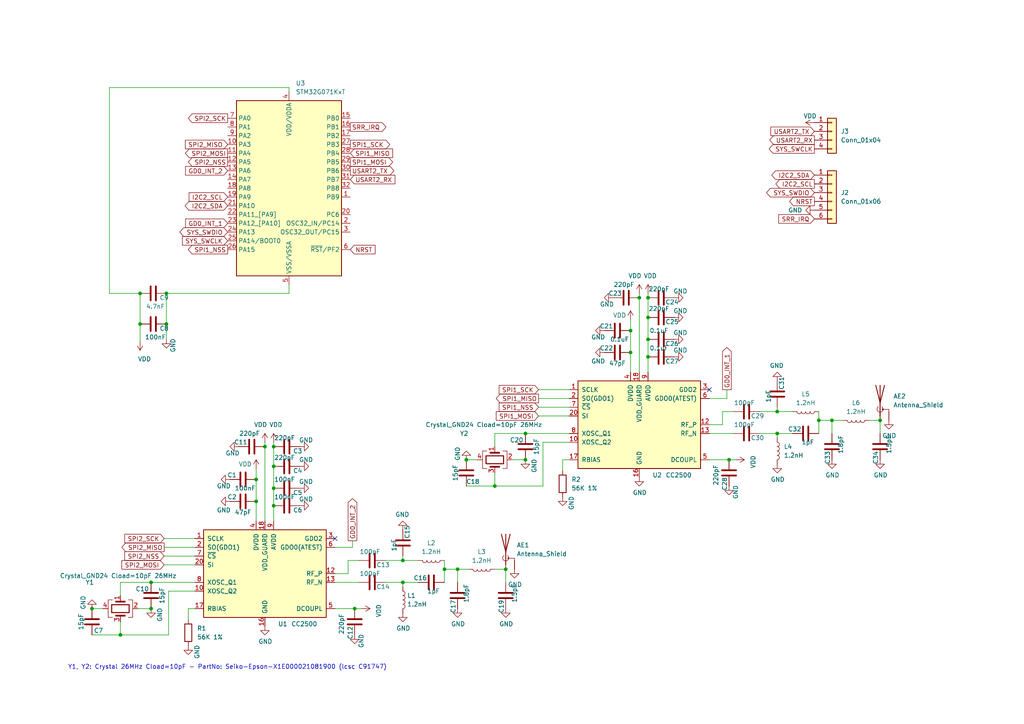
<source format=kicad_sch>
(kicad_sch (version 20230121) (generator eeschema)
  (paper "A4")
  (lib_symbols
    (symbol "Connector_Generic:Conn_01x04" (pin_names (offset 1.016) hide)
      (property "Reference" "J" (at 0 5.08 0))
      (property "Value" "Conn_01x04" (at 0 -7.62 0))
      (symbol "Conn_01x04_1_1"
        (rectangle (start -1.27 -4.953) (end 0 -5.207) (stroke (width 0.1524)))
        (rectangle (start -1.27 -2.413) (end 0 -2.667) (stroke (width 0.1524)))
        (rectangle (start -1.27 0.127) (end 0 -0.127) (stroke (width 0.1524)))
        (rectangle (start -1.27 2.667) (end 0 2.413) (stroke (width 0.1524)))
        (rectangle (start -1.27 3.81) (end 1.27 -6.35) (stroke (width 0.254)) (fill (type background)))
        (pin passive line (at -5.08 2.54 0) (length 3.81) (name "Pin_1") (number "1"))
        (pin passive line (at -5.08 0 0) (length 3.81) (name "Pin_2") (number "2"))
        (pin passive line (at -5.08 -2.54 0) (length 3.81) (name "Pin_3") (number "3"))
        (pin passive line (at -5.08 -5.08 0) (length 3.81) (name "Pin_4") (number "4"))
      )
    )
    (symbol "Connector_Generic:Conn_01x06" (pin_names (offset 1.016) hide)
      (property "Reference" "J" (at 0 7.62 0))
      (property "Value" "Conn_01x06" (at 0 -10.16 0))
      (symbol "Conn_01x06_1_1"
        (rectangle (start -1.27 -7.493) (end 0 -7.747) (stroke (width 0.1524)))
        (rectangle (start -1.27 -4.953) (end 0 -5.207) (stroke (width 0.1524)))
        (rectangle (start -1.27 -2.413) (end 0 -2.667) (stroke (width 0.1524)))
        (rectangle (start -1.27 0.127) (end 0 -0.127) (stroke (width 0.1524)))
        (rectangle (start -1.27 2.667) (end 0 2.413) (stroke (width 0.1524)))
        (rectangle (start -1.27 5.207) (end 0 4.953) (stroke (width 0.1524)))
        (rectangle (start -1.27 6.35) (end 1.27 -8.89) (stroke (width 0.254)) (fill (type background)))
        (pin passive line (at -5.08 5.08 0) (length 3.81) (name "Pin_1") (number "1"))
        (pin passive line (at -5.08 2.54 0) (length 3.81) (name "Pin_2") (number "2"))
        (pin passive line (at -5.08 0 0) (length 3.81) (name "Pin_3") (number "3"))
        (pin passive line (at -5.08 -2.54 0) (length 3.81) (name "Pin_4") (number "4"))
        (pin passive line (at -5.08 -5.08 0) (length 3.81) (name "Pin_5") (number "5"))
        (pin passive line (at -5.08 -7.62 0) (length 3.81) (name "Pin_6") (number "6"))
      )
    )
    (symbol "Device:Antenna_Shield" (pin_numbers hide) (pin_names (offset 1.016) hide)
      (property "Reference" "AE" (at -1.905 4.445 0))
      (property "Value" "Antenna_Shield" (at -1.905 2.54 0))
      (symbol "Antenna_Shield_0_1"
        (arc (start -0.508 -1.143) (mid -0.8429 -2.1194) (end 0 -2.667))
        (arc (start 0 -2.667) (mid 0.7989 -2.1052) (end 0.508 -1.143))
        (polyline (pts (xy 0 -2.54) (xy 0 0)))
        (polyline (pts (xy 0 5.08) (xy 0 -3.81)) (stroke (width 0.254)))
        (polyline (pts (xy 0.762 -1.905) (xy 2.54 -1.905)))
        (polyline (pts (xy 2.54 -2.54) (xy 2.54 -1.905)))
        (polyline (pts (xy 1.27 5.08) (xy 0 0) (xy -1.27 5.08)) (stroke (width 0.254)))
        (circle (center 0.762 -1.905) (radius 0.1778) (fill (type outline)))
      )
      (symbol "Antenna_Shield_1_1"
        (pin input line (at 0 -5.08 90) (length 2.54) (name "A") (number "1"))
        (pin input line (at 2.54 -5.08 90) (length 2.54) (name "Shield") (number "2"))
      )
    )
    (symbol "Device:C" (pin_numbers hide) (pin_names (offset 0.254))
      (property "Reference" "C" (at 0.635 2.54 0))
      (property "Value" "C" (at 0.635 -2.54 0))
      (symbol "C_0_1"
        (polyline (pts (xy -2.032 -0.762) (xy 2.032 -0.762)) (stroke (width 0.508)))
        (polyline (pts (xy -2.032 0.762) (xy 2.032 0.762)) (stroke (width 0.508)))
      )
      (symbol "C_1_1"
        (pin passive line (at 0 3.81 270) (length 2.794) (name "~") (number "1"))
        (pin passive line (at 0 -3.81 90) (length 2.794) (name "~") (number "2"))
      )
    )
    (symbol "Device:Crystal_GND24" (pin_names (offset 1.016) hide)
      (property "Reference" "Y" (at 3.175 5.08 0))
      (property "Value" "Crystal_GND24" (at 3.175 3.175 0))
      (symbol "Crystal_GND24_0_1"
        (rectangle (start -1.143 2.54) (end 1.143 -2.54) (stroke (width 0.3048)))
        (polyline (pts (xy -2.54 0) (xy -2.032 0)))
        (polyline (pts (xy -2.032 -1.27) (xy -2.032 1.27)) (stroke (width 0.508)))
        (polyline (pts (xy 0 -3.81) (xy 0 -3.556)))
        (polyline (pts (xy 0 3.556) (xy 0 3.81)))
        (polyline (pts (xy 2.032 -1.27) (xy 2.032 1.27)) (stroke (width 0.508)))
        (polyline (pts (xy 2.032 0) (xy 2.54 0)))
        (polyline (pts (xy -2.54 -2.286) (xy -2.54 -3.556) (xy 2.54 -3.556) (xy 2.54 -2.286)))
        (polyline (pts (xy -2.54 2.286) (xy -2.54 3.556) (xy 2.54 3.556) (xy 2.54 2.286)))
      )
      (symbol "Crystal_GND24_1_1"
        (pin passive line (at -3.81 0 0) (length 1.27) (name "1") (number "1"))
        (pin passive line (at 0 5.08 270) (length 1.27) (name "2") (number "2"))
        (pin passive line (at 3.81 0 180) (length 1.27) (name "3") (number "3"))
        (pin passive line (at 0 -5.08 90) (length 1.27) (name "4") (number "4"))
      )
    )
    (symbol "Device:L" (pin_numbers hide) (pin_names (offset 1.016) hide)
      (property "Reference" "L" (at -1.27 0 90))
      (property "Value" "L" (at 1.905 0 90))
      (symbol "L_0_1"
        (arc (start 0 -2.54) (mid 0.6323 -1.905) (end 0 -1.27))
        (arc (start 0 -1.27) (mid 0.6323 -0.635) (end 0 0))
        (arc (start 0 0) (mid 0.6323 0.635) (end 0 1.27))
        (arc (start 0 1.27) (mid 0.6323 1.905) (end 0 2.54))
      )
      (symbol "L_1_1"
        (pin passive line (at 0 3.81 270) (length 1.27) (name "1") (number "1"))
        (pin passive line (at 0 -3.81 90) (length 1.27) (name "2") (number "2"))
      )
    )
    (symbol "Device:R" (pin_numbers hide) (pin_names (offset 0))
      (property "Reference" "R" (at 2.032 0 90))
      (property "Value" "R" (at 0 0 90))
      (symbol "R_0_1"
        (rectangle (start -1.016 -2.54) (end 1.016 2.54) (stroke (width 0.254)))
      )
      (symbol "R_1_1"
        (pin passive line (at 0 3.81 270) (length 1.27) (name "~") (number "1"))
        (pin passive line (at 0 -3.81 90) (length 1.27) (name "~") (number "2"))
      )
    )
    (symbol "MCU_ST_STM32G0:STM32G071KxT"
      (property "Reference" "U" (at -15.24 26.67 0))
      (property "Value" "STM32G071KxT" (at 1.27 26.67 0))
      (symbol "STM32G071KxT_0_1"
        (rectangle (start -15.24 -25.4) (end 15.24 25.4) (stroke (width 0.254)) (fill (type background)))
      )
      (symbol "STM32G071KxT_1_1"
        (pin bidirectional line (at 17.78 -2.54 180) (length 2.54) (name "PB9") (number "1"))
        (pin bidirectional line (at -17.78 12.7 0) (length 2.54) (name "PA3") (number "10"))
        (pin bidirectional line (at -17.78 10.16 0) (length 2.54) (name "PA4") (number "11"))
        (pin bidirectional line (at -17.78 7.62 0) (length 2.54) (name "PA5") (number "12"))
        (pin bidirectional line (at -17.78 5.08 0) (length 2.54) (name "PA6") (number "13"))
        (pin bidirectional line (at -17.78 2.54 0) (length 2.54) (name "PA7") (number "14"))
        (pin bidirectional line (at 17.78 20.32 180) (length 2.54) (name "PB0") (number "15"))
        (pin bidirectional line (at 17.78 17.78 180) (length 2.54) (name "PB1") (number "16"))
        (pin bidirectional line (at 17.78 15.24 180) (length 2.54) (name "PB2") (number "17"))
        (pin bidirectional line (at -17.78 0 0) (length 2.54) (name "PA8") (number "18"))
        (pin bidirectional line (at -17.78 -2.54 0) (length 2.54) (name "PA9") (number "19"))
        (pin bidirectional line (at 17.78 -10.16 180) (length 2.54) (name "OSC32_IN/PC14") (number "2"))
        (pin bidirectional line (at 17.78 -7.62 180) (length 2.54) (name "PC6") (number "20"))
        (pin bidirectional line (at -17.78 -5.08 0) (length 2.54) (name "PA10") (number "21"))
        (pin bidirectional line (at -17.78 -7.62 0) (length 2.54) (name "PA11_[PA9]") (number "22"))
        (pin bidirectional line (at -17.78 -10.16 0) (length 2.54) (name "PA12_[PA10]") (number "23"))
        (pin bidirectional line (at -17.78 -12.7 0) (length 2.54) (name "PA13") (number "24"))
        (pin bidirectional line (at -17.78 -15.24 0) (length 2.54) (name "PA14/BOOT0") (number "25"))
        (pin bidirectional line (at -17.78 -17.78 0) (length 2.54) (name "PA15") (number "26"))
        (pin bidirectional line (at 17.78 12.7 180) (length 2.54) (name "PB3") (number "27"))
        (pin bidirectional line (at 17.78 10.16 180) (length 2.54) (name "PB4") (number "28"))
        (pin bidirectional line (at 17.78 7.62 180) (length 2.54) (name "PB5") (number "29"))
        (pin bidirectional line (at 17.78 -12.7 180) (length 2.54) (name "OSC32_OUT/PC15") (number "3"))
        (pin bidirectional line (at 17.78 5.08 180) (length 2.54) (name "PB6") (number "30"))
        (pin bidirectional line (at 17.78 2.54 180) (length 2.54) (name "PB7") (number "31"))
        (pin bidirectional line (at 17.78 0 180) (length 2.54) (name "PB8") (number "32"))
        (pin power_in line (at 0 27.94 270) (length 2.54) (name "VDD/VDDA") (number "4"))
        (pin power_in line (at 0 -27.94 90) (length 2.54) (name "VSS/VSSA") (number "5"))
        (pin bidirectional line (at 17.78 -17.78 180) (length 2.54) (name "~{RST}/PF2") (number "6"))
        (pin bidirectional line (at -17.78 20.32 0) (length 2.54) (name "PA0") (number "7"))
        (pin bidirectional line (at -17.78 17.78 0) (length 2.54) (name "PA1") (number "8"))
        (pin bidirectional line (at -17.78 15.24 0) (length 2.54) (name "PA2") (number "9"))
      )
    )
    (symbol "RF:CC2500" (pin_names (offset 1.016))
      (property "Reference" "U" (at -16.51 13.97 0))
      (property "Value" "CC2500" (at 13.97 13.97 0))
      (symbol "CC2500_0_1"
        (rectangle (start -17.78 12.7) (end 17.78 -12.7) (stroke (width 0.254)) (fill (type background)))
      )
      (symbol "CC2500_1_1"
        (pin input line (at -20.32 10.16 0) (length 2.54) (name "SCLK") (number "1"))
        (pin passive line (at -20.32 -5.08 0) (length 2.54) (name "XOSC_Q2") (number "10"))
        (pin passive line (at 2.54 15.24 270) (length 2.54) hide (name "AVDD") (number "11"))
        (pin passive line (at 20.32 0 180) (length 2.54) (name "RF_P") (number "12"))
        (pin passive line (at 20.32 -2.54 180) (length 2.54) (name "RF_N") (number "13"))
        (pin passive line (at 2.54 15.24 270) (length 2.54) hide (name "AVDD") (number "14"))
        (pin passive line (at 2.54 15.24 270) (length 2.54) hide (name "AVDD") (number "15"))
        (pin power_in line (at 0 -15.24 90) (length 2.54) (name "GND") (number "16"))
        (pin passive line (at -20.32 -10.16 0) (length 2.54) (name "RBIAS") (number "17"))
        (pin power_in line (at 0 15.24 270) (length 2.54) (name "VDD_GUARD") (number "18"))
        (pin passive line (at 0 -15.24 90) (length 2.54) hide (name "GND") (number "19"))
        (pin bidirectional line (at -20.32 7.62 0) (length 2.54) (name "SO(GDO1)") (number "2"))
        (pin input line (at -20.32 2.54 0) (length 2.54) (name "SI") (number "20"))
        (pin passive line (at 0 -15.24 90) (length 2.54) hide (name "GND") (number "21"))
        (pin bidirectional line (at 20.32 10.16 180) (length 2.54) (name "GDO2") (number "3"))
        (pin power_in line (at -2.54 15.24 270) (length 2.54) (name "DVDD") (number "4"))
        (pin power_out line (at 20.32 -10.16 180) (length 2.54) (name "DCOUPL") (number "5"))
        (pin bidirectional line (at 20.32 7.62 180) (length 2.54) (name "GDO0(ATEST)") (number "6"))
        (pin input line (at -20.32 5.08 0) (length 2.54) (name "~{CS}") (number "7"))
        (pin passive line (at -20.32 -2.54 0) (length 2.54) (name "XOSC_Q1") (number "8"))
        (pin power_in line (at 2.54 15.24 270) (length 2.54) (name "AVDD") (number "9"))
      )
    )
    (symbol "power:GND" (power) (pin_names (offset 0))
      (property "Value" "GND" (at 0 -3.81 0))
      (symbol "GND_0_1"
        (polyline (pts (xy 0 0) (xy 0 -1.27) (xy 1.27 -1.27) (xy 0 -2.54) (xy -1.27 -1.27) (xy 0 -1.27)))
      )
      (symbol "GND_1_1"
        (pin power_in line (at 0 0 270) (length 0) hide (name "GND") (number "1"))
      )
    )
    (symbol "power:VDD" (power) (pin_names (offset 0))
      (property "Value" "VDD" (at 0 3.81 0))
      (symbol "VDD_0_1"
        (polyline (pts (xy -0.762 1.27) (xy 0 2.54)))
        (polyline (pts (xy 0 0) (xy 0 2.54)))
        (polyline (pts (xy 0 2.54) (xy 0.762 1.27)))
      )
      (symbol "VDD_1_1"
        (pin power_in line (at 0 0 90) (length 0) hide (name "VDD") (number "1"))
      )
    )
  )
  (junction (at 132.715 165.1))
  (junction (at 74.295 139.065))
  (junction (at 116.84 168.91))
  (junction (at 135.255 133.35))
  (junction (at 79.375 135.255))
  (junction (at 187.96 103.505))
  (junction (at 79.375 146.685))
  (junction (at 152.4 133.35))
  (junction (at 241.3 121.92))
  (junction (at 182.88 102.235))
  (junction (at 48.26 85.09))
  (junction (at 185.42 86.36))
  (junction (at 255.27 121.92))
  (junction (at 187.96 86.36))
  (junction (at 26.67 176.53))
  (junction (at 40.64 85.09))
  (junction (at 34.925 184.15))
  (junction (at 79.375 129.54))
  (junction (at 40.64 93.98))
  (junction (at 74.295 145.415))
  (junction (at 182.88 95.885))
  (junction (at 128.905 165.1))
  (junction (at 237.49 121.92))
  (junction (at 79.375 141.605))
  (junction (at 48.26 93.98))
  (junction (at 146.685 165.1))
  (junction (at 225.425 119.38))
  (junction (at 152.4 125.73))
  (junction (at 225.425 125.73))
  (junction (at 43.815 168.91))
  (junction (at 76.835 129.54))
  (junction (at 143.51 140.97))
  (junction (at 102.87 176.53))
  (junction (at 116.84 162.56))
  (junction (at 187.96 98.425))
  (junction (at 211.455 133.35))
  (junction (at 187.96 92.075))
  (junction (at 43.815 176.53))
  (no_connect (at 97.155 156.21))
  (no_connect (at 205.74 113.03))
  (wire (pts (xy 255.27 121.92) (xy 252.095 121.92)))
  (wire (pts (xy 56.515 176.53) (xy 54.61 176.53)))
  (wire (pts (xy 26.67 184.15) (xy 34.925 184.15)))
  (wire (pts (xy 74.295 145.415) (xy 74.295 151.13)))
  (wire (pts (xy 156.21 120.65) (xy 165.1 120.65)))
  (wire (pts (xy 97.155 158.75) (xy 102.235 158.75)))
  (wire (pts (xy 255.27 125.73) (xy 255.27 121.92)))
  (wire (pts (xy 187.96 92.075) (xy 187.96 98.425)))
  (wire (pts (xy 34.925 168.91) (xy 43.815 168.91)))
  (wire (pts (xy 79.375 141.605) (xy 79.375 146.685)))
  (wire (pts (xy 111.76 162.56) (xy 116.84 162.56)))
  (wire (pts (xy 83.82 25.4) (xy 31.75 25.4)))
  (wire (pts (xy 74.295 139.065) (xy 74.295 135.89)))
  (wire (pts (xy 211.455 133.35) (xy 213.36 133.35)))
  (wire (pts (xy 34.925 172.72) (xy 34.925 168.91)))
  (wire (pts (xy 143.51 129.54) (xy 143.51 125.73)))
  (wire (pts (xy 187.96 103.505) (xy 187.96 107.95)))
  (wire (pts (xy 47.625 161.29) (xy 56.515 161.29)))
  (wire (pts (xy 97.155 166.37) (xy 100.965 166.37)))
  (wire (pts (xy 54.61 176.53) (xy 54.61 179.705)))
  (wire (pts (xy 132.715 165.1) (xy 135.89 165.1)))
  (wire (pts (xy 241.3 121.92) (xy 244.475 121.92)))
  (wire (pts (xy 116.84 161.29) (xy 116.84 162.56)))
  (wire (pts (xy 210.82 115.57) (xy 210.82 113.03)))
  (wire (pts (xy 40.64 99.06) (xy 40.64 93.98)))
  (wire (pts (xy 182.88 95.885) (xy 182.88 102.235)))
  (wire (pts (xy 128.905 165.1) (xy 128.905 168.91)))
  (wire (pts (xy 31.75 85.09) (xy 40.64 85.09)))
  (wire (pts (xy 100.965 162.56) (xy 104.14 162.56)))
  (wire (pts (xy 205.74 123.19) (xy 209.55 123.19)))
  (wire (pts (xy 132.715 165.1) (xy 132.715 168.91)))
  (wire (pts (xy 156.21 113.03) (xy 165.1 113.03)))
  (wire (pts (xy 225.425 125.73) (xy 229.87 125.73)))
  (wire (pts (xy 48.26 93.98) (xy 48.26 85.09)))
  (wire (pts (xy 135.255 140.97) (xy 143.51 140.97)))
  (wire (pts (xy 56.515 171.45) (xy 48.895 171.45)))
  (wire (pts (xy 26.67 176.53) (xy 29.845 176.53)))
  (wire (pts (xy 128.905 162.56) (xy 128.905 165.1)))
  (wire (pts (xy 79.375 128.27) (xy 79.375 129.54)))
  (wire (pts (xy 76.835 128.27) (xy 76.835 129.54)))
  (wire (pts (xy 40.005 176.53) (xy 43.815 176.53)))
  (wire (pts (xy 182.88 102.235) (xy 182.88 107.95)))
  (wire (pts (xy 79.375 129.54) (xy 79.375 135.255)))
  (wire (pts (xy 225.425 119.38) (xy 229.87 119.38)))
  (wire (pts (xy 116.84 168.91) (xy 121.285 168.91)))
  (wire (pts (xy 156.21 115.57) (xy 165.1 115.57)))
  (wire (pts (xy 241.3 121.92) (xy 241.3 125.73)))
  (wire (pts (xy 102.87 176.53) (xy 104.775 176.53)))
  (wire (pts (xy 237.49 121.92) (xy 241.3 121.92)))
  (wire (pts (xy 237.49 119.38) (xy 237.49 121.92)))
  (wire (pts (xy 237.49 121.92) (xy 237.49 125.73)))
  (wire (pts (xy 143.51 137.16) (xy 143.51 140.97)))
  (wire (pts (xy 156.21 118.11) (xy 165.1 118.11)))
  (wire (pts (xy 205.74 133.35) (xy 211.455 133.35)))
  (wire (pts (xy 163.195 133.35) (xy 163.195 136.525)))
  (wire (pts (xy 100.965 166.37) (xy 100.965 162.56)))
  (wire (pts (xy 182.88 95.885) (xy 182.88 92.71)))
  (wire (pts (xy 97.155 168.91) (xy 104.14 168.91)))
  (wire (pts (xy 116.84 162.56) (xy 121.285 162.56)))
  (wire (pts (xy 148.59 133.35) (xy 152.4 133.35)))
  (wire (pts (xy 76.835 129.54) (xy 76.835 151.13)))
  (wire (pts (xy 47.625 156.21) (xy 56.515 156.21)))
  (wire (pts (xy 187.96 98.425) (xy 187.96 103.505)))
  (wire (pts (xy 31.75 25.4) (xy 31.75 85.09)))
  (wire (pts (xy 48.26 98.425) (xy 48.26 93.98)))
  (wire (pts (xy 209.55 119.38) (xy 212.725 119.38)))
  (wire (pts (xy 143.51 125.73) (xy 152.4 125.73)))
  (wire (pts (xy 128.905 165.1) (xy 132.715 165.1)))
  (wire (pts (xy 97.155 176.53) (xy 102.87 176.53)))
  (wire (pts (xy 165.1 133.35) (xy 163.195 133.35)))
  (wire (pts (xy 47.625 163.83) (xy 56.515 163.83)))
  (wire (pts (xy 143.51 140.97) (xy 157.48 140.97)))
  (wire (pts (xy 79.375 146.685) (xy 79.375 151.13)))
  (wire (pts (xy 205.74 125.73) (xy 212.725 125.73)))
  (wire (pts (xy 47.625 158.75) (xy 56.515 158.75)))
  (wire (pts (xy 185.42 86.36) (xy 185.42 107.95)))
  (wire (pts (xy 74.295 139.065) (xy 74.295 145.415)))
  (wire (pts (xy 225.425 118.11) (xy 225.425 119.38)))
  (wire (pts (xy 146.685 168.91) (xy 146.685 165.1)))
  (wire (pts (xy 102.235 158.75) (xy 102.235 156.845)))
  (wire (pts (xy 187.96 86.36) (xy 187.96 92.075)))
  (wire (pts (xy 34.925 184.15) (xy 48.895 184.15)))
  (wire (pts (xy 83.82 82.55) (xy 83.82 85.09)))
  (wire (pts (xy 220.345 119.38) (xy 225.425 119.38)))
  (wire (pts (xy 185.42 85.09) (xy 185.42 86.36)))
  (wire (pts (xy 116.84 168.91) (xy 116.84 170.18)))
  (wire (pts (xy 205.74 115.57) (xy 210.82 115.57)))
  (wire (pts (xy 165.1 128.27) (xy 157.48 128.27)))
  (wire (pts (xy 111.76 168.91) (xy 116.84 168.91)))
  (wire (pts (xy 40.64 93.98) (xy 40.64 85.09)))
  (wire (pts (xy 83.82 25.4) (xy 83.82 26.67)))
  (wire (pts (xy 209.55 123.19) (xy 209.55 119.38)))
  (wire (pts (xy 157.48 128.27) (xy 157.48 140.97)))
  (wire (pts (xy 152.4 125.73) (xy 165.1 125.73)))
  (wire (pts (xy 135.255 133.35) (xy 138.43 133.35)))
  (wire (pts (xy 43.815 168.91) (xy 56.515 168.91)))
  (wire (pts (xy 48.26 85.09) (xy 83.82 85.09)))
  (wire (pts (xy 34.925 180.34) (xy 34.925 184.15)))
  (wire (pts (xy 48.895 171.45) (xy 48.895 184.15)))
  (wire (pts (xy 225.425 125.73) (xy 225.425 127)))
  (wire (pts (xy 146.685 165.1) (xy 143.51 165.1)))
  (wire (pts (xy 79.375 135.255) (xy 79.375 141.605)))
  (wire (pts (xy 187.96 85.09) (xy 187.96 86.36)))
  (wire (pts (xy 220.345 125.73) (xy 225.425 125.73)))
  (text "Y1, Y2: Crystal 26MHz Cload=10pF - PartNo: Seiko-Epson-X1E000021081900 (lcsc C91747)\n" (at 19.685 194.31 0) (effects (font (size 1.27 1.27)) (justify left bottom)))
  (global_label "GD0_INT_1" (shape input) (at 66.04 64.77 180) (property "Intersheetrefs" "${INTERSHEET_REFS}" (effects hide)))
  (global_label "NRST" (shape output) (at 236.22 58.42 180) (property "Intersheetrefs" "${INTERSHEET_REFS}" (effects hide)))
  (global_label "SPI1_MISO" (shape input) (at 101.6 44.45 0) (property "Intersheetrefs" "${INTERSHEET_REFS}" (effects hide)))
  (global_label "SRR_IRQ" (shape input) (at 236.22 63.5 180) (property "Intersheetrefs" "${INTERSHEET_REFS}" (effects hide)))
  (global_label "SPI2_MISO" (shape input) (at 66.04 41.91 180) (property "Intersheetrefs" "${INTERSHEET_REFS}" (effects hide)))
  (global_label "GD0_INT_2" (shape input) (at 66.04 49.53 180) (property "Intersheetrefs" "${INTERSHEET_REFS}" (effects hide)))
  (global_label "I2C2_SDA" (shape bidirectional) (at 66.04 59.69 180) (property "Intersheetrefs" "${INTERSHEET_REFS}" (effects hide)))
  (global_label "SPI2_SCK" (shape input) (at 47.625 156.21 180) (property "Intersheetrefs" "${INTERSHEET_REFS}" (effects hide)))
  (global_label "USART2_RX" (shape input) (at 101.6 52.07 0) (property "Intersheetrefs" "${INTERSHEET_REFS}" (effects hide)))
  (global_label "SPI1_NSS" (shape output) (at 66.04 72.39 180) (property "Intersheetrefs" "${INTERSHEET_REFS}" (effects hide)))
  (global_label "SYS_SWDIO" (shape bidirectional) (at 66.04 67.31 180) (property "Intersheetrefs" "${INTERSHEET_REFS}" (effects hide)))
  (global_label "GD0_INT_2" (shape output) (at 102.235 156.845 90) (property "Intersheetrefs" "${INTERSHEET_REFS}" (effects hide)))
  (global_label "NRST" (shape input) (at 101.6 72.39 0) (property "Intersheetrefs" "${INTERSHEET_REFS}" (effects hide)))
  (global_label "SYS_SWCLK" (shape output) (at 236.22 43.18 180) (property "Intersheetrefs" "${INTERSHEET_REFS}" (effects hide)))
  (global_label "SYS_SWDIO" (shape bidirectional) (at 236.22 55.88 180) (property "Intersheetrefs" "${INTERSHEET_REFS}" (effects hide)))
  (global_label "SPI1_SCK" (shape output) (at 101.6 41.91 0) (property "Intersheetrefs" "${INTERSHEET_REFS}" (effects hide)))
  (global_label "USART2_RX" (shape output) (at 236.22 40.64 180) (property "Intersheetrefs" "${INTERSHEET_REFS}" (effects hide)))
  (global_label "SPI1_SCK" (shape input) (at 156.21 113.03 180) (property "Intersheetrefs" "${INTERSHEET_REFS}" (effects hide)))
  (global_label "USART2_TX" (shape input) (at 236.22 38.1 180) (property "Intersheetrefs" "${INTERSHEET_REFS}" (effects hide)))
  (global_label "SYS_SWCLK" (shape input) (at 66.04 69.85 180) (property "Intersheetrefs" "${INTERSHEET_REFS}" (effects hide)))
  (global_label "I2C2_SDA" (shape bidirectional) (at 236.22 50.8 180) (property "Intersheetrefs" "${INTERSHEET_REFS}" (effects hide)))
  (global_label "SPI2_NSS" (shape input) (at 47.625 161.29 180) (property "Intersheetrefs" "${INTERSHEET_REFS}" (effects hide)))
  (global_label "SPI1_MOSI" (shape input) (at 156.21 120.65 180) (property "Intersheetrefs" "${INTERSHEET_REFS}" (effects hide)))
  (global_label "SPI1_MOSI" (shape output) (at 101.6 46.99 0) (property "Intersheetrefs" "${INTERSHEET_REFS}" (effects hide)))
  (global_label "SPI2_MISO" (shape output) (at 47.625 158.75 180) (property "Intersheetrefs" "${INTERSHEET_REFS}" (effects hide)))
  (global_label "USART2_TX" (shape output) (at 101.6 49.53 0) (property "Intersheetrefs" "${INTERSHEET_REFS}" (effects hide)))
  (global_label "SPI1_NSS" (shape input) (at 156.21 118.11 180) (property "Intersheetrefs" "${INTERSHEET_REFS}" (effects hide)))
  (global_label "SPI2_NSS" (shape output) (at 66.04 46.99 180) (property "Intersheetrefs" "${INTERSHEET_REFS}" (effects hide)))
  (global_label "SRR_IRQ" (shape output) (at 101.6 36.83 0) (property "Intersheetrefs" "${INTERSHEET_REFS}" (effects hide)))
  (global_label "SPI1_MISO" (shape output) (at 156.21 115.57 180) (property "Intersheetrefs" "${INTERSHEET_REFS}" (effects hide)))
  (global_label "GD0_INT_1" (shape output) (at 210.82 113.03 90) (property "Intersheetrefs" "${INTERSHEET_REFS}" (effects hide)))
  (global_label "SPI2_MOSI" (shape output) (at 66.04 44.45 180) (property "Intersheetrefs" "${INTERSHEET_REFS}" (effects hide)))
  (global_label "I2C2_SCL" (shape input) (at 66.04 57.15 180) (property "Intersheetrefs" "${INTERSHEET_REFS}" (effects hide)))
  (global_label "SPI2_MOSI" (shape input) (at 47.625 163.83 180) (property "Intersheetrefs" "${INTERSHEET_REFS}" (effects hide)))
  (global_label "I2C2_SCL" (shape output) (at 236.22 53.34 180) (property "Intersheetrefs" "${INTERSHEET_REFS}" (effects hide)))
  (global_label "SPI2_SCK" (shape output) (at 66.04 34.29 180) (property "Intersheetrefs" "${INTERSHEET_REFS}" (effects hide)))
  (symbol (lib_id "Device:C") (at 83.185 146.685 270) (unit 1)
    (property "Reference" "C6" (at 86.36 147.955 90))
    (property "Value" "100nF" (at 82.55 144.145 90))
    (property "Footprint" "Capacitor_SMD:C_0402_1005Metric" (effects hide))
    (property "LCSC" "C1525" (effects hide))
  )
  (symbol (lib_id "Device:C") (at 152.4 129.54 180) (unit 1)
    (property "Reference" "C20" (at 149.86 127.635 0))
    (property "Value" "15pF" (at 155.575 129.54 90))
    (property "Footprint" "Capacitor_SMD:C_0402_1005Metric" (effects hide))
    (property "LCSC" "C1548" (effects hide))
  )
  (symbol (lib_id "Device:C") (at 116.84 157.48 0) (unit 1)
    (property "Reference" "C15" (at 118.11 154.305 90))
    (property "Value" "1pF" (at 114.3 158.115 90))
    (property "Footprint" "Capacitor_SMD:C_0402_1005Metric" (effects hide))
    (property "LCSC" "C1550" (effects hide))
  )
  (symbol (lib_id "power:GND") (at 116.84 153.67 180) (unit 1)
    (property "Reference" "#PWR0122" (effects hide))
    (property "Value" "GND" (at 118.745 149.225 0) (effects (justify left)))
  )
  (symbol (lib_id "power:GND") (at 48.26 98.425 0) (unit 1)
    (property "Reference" "#PWR0113" (effects hide))
    (property "Value" "GND" (at 50.165 102.235 90) (effects (justify left)))
  )
  (symbol (lib_id "power:GND") (at 86.995 146.685 90) (unit 1)
    (property "Reference" "#PWR0107" (effects hide))
    (property "Value" "GND" (at 90.805 144.78 90) (effects (justify left)))
  )
  (symbol (lib_id "Device:C") (at 83.185 135.255 270) (unit 1)
    (property "Reference" "C4" (at 86.36 136.525 90))
    (property "Value" "220pF" (at 82.55 132.715 90))
    (property "Footprint" "Capacitor_SMD:C_0402_1005Metric" (effects hide))
    (property "LCSC" "C16772" (effects hide))
  )
  (symbol (lib_id "Device:C") (at 241.3 129.54 180) (unit 1)
    (property "Reference" "C33" (at 240.03 132.715 90))
    (property "Value" "1.8pF" (at 243.84 128.905 90))
    (property "Footprint" "Capacitor_SMD:C_0402_1005Metric" (effects hide))
    (property "LCSC" "C76902" (effects hide))
  )
  (symbol (lib_id "Device:C") (at 135.255 137.16 0) (unit 1)
    (property "Reference" "C18" (at 137.16 139.7 0))
    (property "Value" "15pF" (at 132.08 137.16 90))
    (property "Footprint" "Capacitor_SMD:C_0402_1005Metric" (effects hide))
    (property "LCSC" "C1548" (effects hide))
  )
  (symbol (lib_id "power:GND") (at 225.425 110.49 180) (unit 1)
    (property "Reference" "#PWR0123" (effects hide))
    (property "Value" "GND" (at 227.33 106.045 0) (effects (justify left)))
  )
  (symbol (lib_id "power:GND") (at 195.58 92.075 90) (unit 1)
    (property "Reference" "#PWR0135" (effects hide))
    (property "Value" "GND" (at 199.39 90.17 90) (effects (justify left)))
  )
  (symbol (lib_id "power:VDD") (at 236.22 35.56 90) (unit 1)
    (property "Reference" "#PWR0144" (effects hide))
    (property "Value" "VDD" (at 234.95 33.655 90))
  )
  (symbol (lib_id "Device:C") (at 26.67 180.34 0) (unit 1)
    (property "Reference" "C7" (at 28.575 182.88 0))
    (property "Value" "15pF" (at 23.495 180.34 90))
    (property "Footprint" "Capacitor_SMD:C_0402_1005Metric" (effects hide))
    (property "LCSC" "C1548" (effects hide))
  )
  (symbol (lib_id "Device:C") (at 211.455 137.16 180) (unit 1)
    (property "Reference" "C28" (at 210.185 140.335 90))
    (property "Value" "220pF" (at 207.645 137.795 90))
    (property "Footprint" "Capacitor_SMD:C_0402_1005Metric" (effects hide))
    (property "LCSC" "C16772" (effects hide))
  )
  (symbol (lib_id "Device:C") (at 191.77 86.36 270) (unit 1)
    (property "Reference" "C24" (at 194.945 87.63 90))
    (property "Value" "220pF" (at 191.135 83.82 90))
    (property "Footprint" "Capacitor_SMD:C_0402_1005Metric" (effects hide))
    (property "LCSC" "C16772" (effects hide))
  )
  (symbol (lib_id "power:GND") (at 152.4 133.35 0) (unit 1)
    (property "Reference" "#PWR0132" (effects hide))
    (property "Value" "GND" (at 154.94 137.16 90) (effects (justify left)))
  )
  (symbol (lib_id "MCU_ST_STM32G0:STM32G071KxT") (at 83.82 54.61 0) (unit 1) (in_bom no)
    (property "Reference" "U3" (at 85.7759 24.13 0) (effects (justify left)))
    (property "Value" "STM32G071KxT" (at 85.7759 26.67 0) (effects (justify left)))
    (property "Footprint" "Package_QFP:LQFP-32_7x7mm_P0.8mm" (effects hide))
    (property "Datasheet" "https://www.st.com/resource/en/datasheet/stm32g071kb.pdf" (effects hide))
  )
  (symbol (lib_id "Device:C") (at 191.77 98.425 270) (unit 1)
    (property "Reference" "C26" (at 194.945 99.695 90))
    (property "Value" "0.1uF" (at 191.135 95.885 90))
    (property "Footprint" "Capacitor_SMD:C_0402_1005Metric" (effects hide))
    (property "LCSC" "C1525" (effects hide))
  )
  (symbol (lib_id "power:GND") (at 26.67 176.53 180) (unit 1)
    (property "Reference" "#PWR0114" (effects hide))
    (property "Value" "GND" (at 24.13 172.72 90) (effects (justify left)))
  )
  (symbol (lib_id "power:GND") (at 195.58 103.505 90) (unit 1)
    (property "Reference" "#PWR0142" (effects hide))
    (property "Value" "GND" (at 199.39 101.6 90) (effects (justify left)))
  )
  (symbol (lib_id "power:GND") (at 102.87 184.15 0) (unit 1)
    (property "Reference" "#PWR0118" (effects hide))
    (property "Value" "GND" (at 104.775 187.96 90) (effects (justify left)))
  )
  (symbol (lib_id "RF:CC2500") (at 185.42 123.19 0) (unit 1)
    (property "Reference" "U2" (at 189.23 137.795 0) (effects (justify left)))
    (property "Value" "CC2500" (at 193.04 137.795 0) (effects (justify left)))
    (property "Footprint" "Package_DFN_QFN:Texas_S-PVQFN-N20_EP2.4x2.4mm" (effects hide))
    (property "Datasheet" "http://www.ti.com/lit/ds/symlink/cc2500.pdf" (effects hide))
    (property "LCSC" "C57494" (effects hide))
  )
  (symbol (lib_id "Device:C") (at 73.025 129.54 90) (unit 1)
    (property "Reference" "C11" (at 69.85 128.27 90))
    (property "Value" "220pF" (at 72.39 125.73 90))
    (property "Footprint" "Capacitor_SMD:C_0402_1005Metric" (effects hide))
    (property "LCSC" "C16772" (effects hide))
  )
  (symbol (lib_id "power:VDD") (at 74.295 135.89 0) (unit 1)
    (property "Reference" "#PWR0105" (effects hide))
    (property "Value" "VDD" (at 71.12 134.62 0))
  )
  (symbol (lib_id "Device:C") (at 102.87 180.34 180) (unit 1)
    (property "Reference" "C12" (at 101.6 183.515 90))
    (property "Value" "220pF" (at 99.06 180.975 90))
    (property "Footprint" "Capacitor_SMD:C_0402_1005Metric" (effects hide))
    (property "LCSC" "C16772" (effects hide))
  )
  (symbol (lib_id "power:VDD") (at 104.775 176.53 270) (unit 1)
    (property "Reference" "#PWR0119" (effects hide))
    (property "Value" "VDD" (at 109.855 177.165 0))
  )
  (symbol (lib_id "Device:L") (at 233.68 119.38 270) (unit 1)
    (property "Reference" "L5" (at 233.68 114.3 90))
    (property "Value" "1.2nH" (at 233.68 116.84 90))
    (property "Footprint" "Inductor_SMD:L_0402_1005Metric" (effects hide))
    (property "LCSC" "C77117" (effects hide))
    (property "Alt partnumbers" "C279955" (effects hide))
  )
  (symbol (lib_id "power:VDD") (at 185.42 85.09 0) (unit 1)
    (property "Reference" "#PWR0138" (effects hide))
    (property "Value" "VDD" (at 184.15 80.01 0))
  )
  (symbol (lib_id "power:GND") (at 66.675 139.065 270) (unit 1)
    (property "Reference" "#PWR0104" (effects hide))
    (property "Value" "GND" (at 62.865 140.97 90) (effects (justify left)))
  )
  (symbol (lib_id "power:VDD") (at 187.96 85.09 0) (unit 1)
    (property "Reference" "#PWR0140" (effects hide))
    (property "Value" "VDD" (at 188.595 80.01 0))
  )
  (symbol (lib_id "Connector_Generic:Conn_01x04") (at 241.3 38.1 0) (unit 1)
    (property "Reference" "J3" (at 243.84 38.1 0) (effects (justify left)))
    (property "Value" "Conn_01x04" (at 243.84 40.64 0) (effects (justify left)))
    (property "Footprint" "Connector_PinSocket_1.27mm:PinSocket_1x04_P1.27mm_Vertical" (effects hide))
  )
  (symbol (lib_id "Device:R") (at 54.61 183.515 0) (unit 1)
    (property "Reference" "R1" (at 57.15 182.2449 0) (effects (justify left)))
    (property "Value" "56K 1%" (at 57.15 184.7849 0) (effects (justify left)))
    (property "Footprint" "Resistor_SMD:R_0402_1005Metric" (effects hide))
    (property "LCSC" "C25796" (effects hide))
  )
  (symbol (lib_id "power:GND") (at 146.685 176.53 0) (unit 1)
    (property "Reference" "#PWR0129" (effects hide))
    (property "Value" "GND" (at 144.78 180.975 0) (effects (justify left)))
  )
  (symbol (lib_id "Device:C") (at 83.185 129.54 270) (unit 1)
    (property "Reference" "C3" (at 86.36 130.81 90))
    (property "Value" "220pF" (at 82.55 127 90))
    (property "Footprint" "Capacitor_SMD:C_0402_1005Metric" (effects hide))
    (property "LCSC" "C16772" (effects hide))
  )
  (symbol (lib_id "Device:L") (at 225.425 130.81 0) (unit 1)
    (property "Reference" "L4" (at 227.33 129.5399 0) (effects (justify left)))
    (property "Value" "1.2nH" (at 227.33 132.0799 0) (effects (justify left)))
    (property "Footprint" "Inductor_SMD:L_0402_1005Metric" (effects hide))
    (property "LCSC" "C77117" (effects hide))
    (property "Alt partnumbers" "C279955" (effects hide))
  )
  (symbol (lib_id "Device:C") (at 44.45 93.98 270) (unit 1)
    (property "Reference" "C8" (at 47.625 95.25 90))
    (property "Value" "100nF" (at 45.085 97.79 90))
    (property "Footprint" "Capacitor_SMD:C_0402_1005Metric" (effects hide))
    (property "LCSC" "C1525" (effects hide))
  )
  (symbol (lib_id "Device:C") (at 179.07 95.885 90) (unit 1)
    (property "Reference" "C21" (at 175.895 94.615 90))
    (property "Value" "0.1uF" (at 179.705 98.425 90))
    (property "Footprint" "Capacitor_SMD:C_0402_1005Metric" (effects hide))
    (property "LCSC" "C1525" (effects hide))
  )
  (symbol (lib_id "power:GND") (at 86.995 129.54 90) (unit 1)
    (property "Reference" "#PWR0102" (effects hide))
    (property "Value" "GND" (at 90.805 127.635 90) (effects (justify left)))
  )
  (symbol (lib_id "Device:R") (at 163.195 140.335 0) (unit 1)
    (property "Reference" "R2" (at 165.735 139.0649 0) (effects (justify left)))
    (property "Value" "56K 1%" (at 165.735 141.6049 0) (effects (justify left)))
    (property "Footprint" "Resistor_SMD:R_0402_1005Metric" (effects hide))
    (property "LCSC" "C25796" (effects hide))
  )
  (symbol (lib_id "power:GND") (at 225.425 134.62 0) (unit 1)
    (property "Reference" "#PWR0126" (effects hide))
    (property "Value" "GND" (at 223.52 139.065 0) (effects (justify left)))
  )
  (symbol (lib_id "power:GND") (at 66.675 145.415 270) (unit 1)
    (property "Reference" "#PWR0106" (effects hide))
    (property "Value" "GND" (at 62.865 147.955 90) (effects (justify left)))
  )
  (symbol (lib_id "power:GND") (at 132.715 176.53 0) (unit 1)
    (property "Reference" "#PWR0121" (effects hide))
    (property "Value" "GND" (at 130.81 180.975 0) (effects (justify left)))
  )
  (symbol (lib_id "Device:C") (at 216.535 125.73 270) (unit 1)
    (property "Reference" "C30" (at 219.71 127 90))
    (property "Value" "100pF" (at 215.9 123.19 90))
    (property "Footprint" "Capacitor_SMD:C_0402_1005Metric" (effects hide))
    (property "LCSC" "C1546" (effects hide))
  )
  (symbol (lib_id "power:GND") (at 257.81 121.92 0) (unit 1)
    (property "Reference" "#PWR0145" (effects hide))
    (property "Value" "GND" (at 255.905 126.365 0) (effects (justify left)))
  )
  (symbol (lib_id "power:GND") (at 149.225 165.1 0) (unit 1)
    (property "Reference" "#PWR0146" (effects hide))
    (property "Value" "GND" (at 147.32 169.545 0) (effects (justify left)))
  )
  (symbol (lib_id "power:GND") (at 43.815 176.53 0) (unit 1)
    (property "Reference" "#PWR0115" (effects hide))
    (property "Value" "GND" (at 46.355 180.34 90) (effects (justify left)))
  )
  (symbol (lib_id "RF:CC2500") (at 76.835 166.37 0) (unit 1)
    (property "Reference" "U1" (at 80.645 180.975 0) (effects (justify left)))
    (property "Value" "CC2500" (at 84.455 180.975 0) (effects (justify left)))
    (property "Footprint" "Package_DFN_QFN:Texas_S-PVQFN-N20_EP2.4x2.4mm" (effects hide))
    (property "Datasheet" "http://www.ti.com/lit/ds/symlink/cc2500.pdf" (effects hide))
    (property "LCSC" "C57494" (effects hide))
  )
  (symbol (lib_id "power:VDD") (at 79.375 128.27 0) (unit 1)
    (property "Reference" "#PWR0101" (effects hide))
    (property "Value" "VDD" (at 80.01 123.19 0))
  )
  (symbol (lib_id "Device:C") (at 83.185 141.605 270) (unit 1)
    (property "Reference" "C5" (at 86.36 142.875 90))
    (property "Value" "100nF" (at 82.55 139.065 90))
    (property "Footprint" "Capacitor_SMD:C_0402_1005Metric" (effects hide))
    (property "LCSC" "C1525" (effects hide))
  )
  (symbol (lib_id "power:GND") (at 177.8 86.36 270) (unit 1)
    (property "Reference" "#PWR0137" (effects hide))
    (property "Value" "GND" (at 173.99 88.265 90) (effects (justify left)))
  )
  (symbol (lib_id "power:GND") (at 195.58 86.36 90) (unit 1)
    (property "Reference" "#PWR0134" (effects hide))
    (property "Value" "GND" (at 199.39 84.455 90) (effects (justify left)))
  )
  (symbol (lib_id "power:VDD") (at 182.88 92.71 0) (unit 1)
    (property "Reference" "#PWR0139" (effects hide))
    (property "Value" "VDD" (at 179.705 91.44 0))
  )
  (symbol (lib_id "Device:Crystal_GND24") (at 34.925 176.53 270) (unit 1)
    (property "Reference" "Y1" (at 26.035 168.91 90))
    (property "Value" "Crystal_GND24 Cload=10pF 26MHz" (at 34.29 167.005 90))
    (property "Footprint" "Crystal:Crystal_SMD_3225-4Pin_3.2x2.5mm" (effects hide))
    (property "Alt partnumbers" "ABM3B-26.000MHZ-10-1-U-T / ECS-260-10-36B-CKY-TR / NX3225SA-26.000M-STD-CSQ-1 / 7M-26.000MEEQ-T /  NDK, AT-41CD2 (only two pins) / NDK NX3225SA-26MHz-STD-CSR-6 (8pF lcsc) / WTL3M45405LZ (lcsc C963529) / Seiko-Epson-X1E000021081900 (lcsc C91747)" (effects hide))
    (property "LCSC" "C91747" (effects hide))
  )
  (symbol (lib_id "Connector_Generic:Conn_01x06") (at 241.3 55.88 0) (unit 1)
    (property "Reference" "J2" (at 243.84 55.88 0) (effects (justify left)))
    (property "Value" "Conn_01x06" (at 243.84 58.42 0) (effects (justify left)))
    (property "Footprint" "Connector_PinSocket_1.27mm:PinSocket_1x06_P1.27mm_Vertical" (effects hide))
  )
  (symbol (lib_id "Device:L") (at 125.095 162.56 270) (unit 1)
    (property "Reference" "L2" (at 125.095 157.48 90))
    (property "Value" "1.2nH" (at 125.095 160.02 90))
    (property "Footprint" "Inductor_SMD:L_0402_1005Metric" (effects hide))
    (property "LCSC" "C77117" (effects hide))
    (property "Alt partnumbers" "C279955" (effects hide))
  )
  (symbol (lib_id "Device:C") (at 44.45 85.09 270) (unit 1)
    (property "Reference" "C9" (at 47.625 86.36 90))
    (property "Value" "4.7nF" (at 45.085 88.9 90))
    (property "Footprint" "Capacitor_SMD:C_0402_1005Metric" (effects hide))
    (property "LCSC" "C1538" (effects hide))
  )
  (symbol (lib_id "power:GND") (at 211.455 140.97 0) (unit 1)
    (property "Reference" "#PWR0124" (effects hide))
    (property "Value" "GND" (at 213.36 144.78 90) (effects (justify left)))
  )
  (symbol (lib_id "power:GND") (at 195.58 98.425 90) (unit 1)
    (property "Reference" "#PWR0141" (effects hide))
    (property "Value" "GND" (at 199.39 96.52 90) (effects (justify left)))
  )
  (symbol (lib_id "Device:C") (at 70.485 145.415 90) (unit 1)
    (property "Reference" "C2" (at 67.31 144.145 90))
    (property "Value" "47pF" (at 70.485 148.59 90))
    (property "Footprint" "Capacitor_SMD:C_0402_1005Metric" (effects hide))
    (property "LCSC" "C1567" (effects hide))
  )
  (symbol (lib_id "power:VDD") (at 213.36 133.35 270) (unit 1)
    (property "Reference" "#PWR0125" (effects hide))
    (property "Value" "VDD" (at 218.44 133.985 0))
  )
  (symbol (lib_id "Device:L") (at 139.7 165.1 270) (unit 1)
    (property "Reference" "L3" (at 139.7 160.02 90))
    (property "Value" "1.2nH" (at 139.7 162.56 90))
    (property "Footprint" "Inductor_SMD:L_0402_1005Metric" (effects hide))
    (property "LCSC" "C77117" (effects hide))
    (property "Alt partnumbers" "C279955" (effects hide))
  )
  (symbol (lib_id "power:GND") (at 86.995 135.255 90) (unit 1)
    (property "Reference" "#PWR0103" (effects hide))
    (property "Value" "GND" (at 90.805 133.35 90) (effects (justify left)))
  )
  (symbol (lib_id "Device:C") (at 107.95 162.56 270) (unit 1)
    (property "Reference" "C13" (at 111.125 163.83 90))
    (property "Value" "100pF" (at 107.315 160.02 90))
    (property "Footprint" "Capacitor_SMD:C_0402_1005Metric" (effects hide))
    (property "LCSC" "C1546" (effects hide))
  )
  (symbol (lib_id "Device:C") (at 191.77 103.505 270) (unit 1)
    (property "Reference" "C27" (at 194.945 104.775 90))
    (property "Value" "0.1uF" (at 191.135 100.965 90))
    (property "Footprint" "Capacitor_SMD:C_0402_1005Metric" (effects hide))
    (property "LCSC" "C1525" (effects hide))
  )
  (symbol (lib_id "Device:C") (at 43.815 172.72 180) (unit 1)
    (property "Reference" "C10" (at 41.275 170.815 0))
    (property "Value" "15pF" (at 46.99 172.72 90))
    (property "Footprint" "Capacitor_SMD:C_0402_1005Metric" (effects hide))
    (property "LCSC" "C1548" (effects hide))
  )
  (symbol (lib_id "power:GND") (at 76.835 181.61 0) (unit 1)
    (property "Reference" "#PWR0117" (effects hide))
    (property "Value" "GND" (at 74.93 186.055 0) (effects (justify left)))
  )
  (symbol (lib_id "power:GND") (at 69.215 129.54 270) (unit 1)
    (property "Reference" "#PWR0110" (effects hide))
    (property "Value" "GND" (at 65.405 131.445 90) (effects (justify left)))
  )
  (symbol (lib_id "power:GND") (at 236.22 60.96 270) (unit 1)
    (property "Reference" "#PWR0143" (effects hide))
    (property "Value" "GND" (at 228.6 60.96 90) (effects (justify left)))
  )
  (symbol (lib_id "Device:C") (at 191.77 92.075 270) (unit 1)
    (property "Reference" "C25" (at 194.945 93.345 90))
    (property "Value" "220pF" (at 191.135 89.535 90))
    (property "Footprint" "Capacitor_SMD:C_0402_1005Metric" (effects hide))
    (property "LCSC" "C16772" (effects hide))
  )
  (symbol (lib_id "Device:C") (at 216.535 119.38 270) (unit 1)
    (property "Reference" "C29" (at 219.71 120.65 90))
    (property "Value" "100pF" (at 215.9 116.84 90))
    (property "Footprint" "Capacitor_SMD:C_0402_1005Metric" (effects hide))
    (property "LCSC" "C1546" (effects hide))
  )
  (symbol (lib_id "Device:Crystal_GND24") (at 143.51 133.35 270) (unit 1)
    (property "Reference" "Y2" (at 134.62 125.73 90))
    (property "Value" "Crystal_GND24 Cload=10pF 26MHz" (at 140.335 123.19 90))
    (property "Footprint" "Crystal:Crystal_SMD_3225-4Pin_3.2x2.5mm" (effects hide))
    (property "Alt partnumbers" "ABM3B-26.000MHZ-10-1-U-T / ECS-260-10-36B-CKY-TR / NX3225SA-26.000M-STD-CSQ-1 / 7M-26.000MEEQ-T /  NDK, AT-41CD2 (only two pins) / NDK NX3225SA-26MHz-STD-CSR-6 (8pF lcsc) / WTL3M45405LZ (lcsc C963529) / Seiko-Epson-X1E000021081900 (lcsc C91747)" (effects hide))
    (property "LCSC" "C91747" (effects hide))
  )
  (symbol (lib_id "power:GND") (at 163.195 144.145 0) (unit 1)
    (property "Reference" "#PWR0133" (effects hide))
    (property "Value" "GND" (at 165.735 147.955 90) (effects (justify left)))
  )
  (symbol (lib_id "power:GND") (at 86.995 141.605 90) (unit 1)
    (property "Reference" "#PWR0108" (effects hide))
    (property "Value" "GND" (at 90.805 139.7 90) (effects (justify left)))
  )
  (symbol (lib_id "Device:C") (at 146.685 172.72 180) (unit 1)
    (property "Reference" "C19" (at 145.415 175.895 90))
    (property "Value" "1.5pF" (at 149.225 172.085 90))
    (property "Footprint" "Capacitor_SMD:C_0402_1005Metric" (effects hide))
    (property "LCSC" "C282238" (effects hide))
  )
  (symbol (lib_id "Device:C") (at 225.425 114.3 0) (unit 1)
    (property "Reference" "C31" (at 226.695 111.125 90))
    (property "Value" "1pF" (at 222.885 114.935 90))
    (property "Footprint" "Capacitor_SMD:C_0402_1005Metric" (effects hide))
    (property "LCSC" "C1550" (effects hide))
  )
  (symbol (lib_id "Device:C") (at 233.68 125.73 90) (unit 1)
    (property "Reference" "C32" (at 230.505 124.46 90))
    (property "Value" "1pF" (at 234.315 128.27 90))
    (property "Footprint" "Capacitor_SMD:C_0402_1005Metric" (effects hide))
    (property "LCSC" "C1550" (effects hide))
  )
  (symbol (lib_id "Device:C") (at 179.07 102.235 90) (unit 1)
    (property "Reference" "C22" (at 175.895 100.965 90))
    (property "Value" "47pF" (at 179.07 105.41 90))
    (property "Footprint" "Capacitor_SMD:C_0402_1005Metric" (effects hide))
    (property "LCSC" "C1567" (effects hide))
  )
  (symbol (lib_id "Device:C") (at 132.715 172.72 180) (unit 1)
    (property "Reference" "C17" (at 131.445 175.895 90))
    (property "Value" "1.8pF" (at 135.255 172.085 90))
    (property "Footprint" "Capacitor_SMD:C_0402_1005Metric" (effects hide))
    (property "LCSC" "C76902" (effects hide))
  )
  (symbol (lib_id "Device:C") (at 107.95 168.91 270) (unit 1)
    (property "Reference" "C14" (at 111.125 170.18 90))
    (property "Value" "100pF" (at 107.315 166.37 90))
    (property "Footprint" "Capacitor_SMD:C_0402_1005Metric" (effects hide))
    (property "LCSC" "C1546" (effects hide))
  )
  (symbol (lib_id "power:GND") (at 175.26 102.235 270) (unit 1)
    (property "Reference" "#PWR0130" (effects hide))
    (property "Value" "GND" (at 171.45 104.775 90) (effects (justify left)))
  )
  (symbol (lib_id "power:GND") (at 54.61 187.325 0) (unit 1)
    (property "Reference" "#PWR0116" (effects hide))
    (property "Value" "GND" (at 57.15 191.135 90) (effects (justify left)))
  )
  (symbol (lib_id "power:GND") (at 185.42 138.43 0) (unit 1)
    (property "Reference" "#PWR0131" (effects hide))
    (property "Value" "GND" (at 183.515 142.875 0) (effects (justify left)))
  )
  (symbol (lib_id "power:GND") (at 135.255 133.35 180) (unit 1)
    (property "Reference" "#PWR0111" (effects hide))
    (property "Value" "GND" (at 132.715 129.54 90) (effects (justify left)))
  )
  (symbol (lib_id "power:GND") (at 175.26 95.885 270) (unit 1)
    (property "Reference" "#PWR0136" (effects hide))
    (property "Value" "GND" (at 171.45 97.79 90) (effects (justify left)))
  )
  (symbol (lib_id "power:GND") (at 255.27 133.35 0) (unit 1)
    (property "Reference" "#PWR0128" (effects hide))
    (property "Value" "GND" (at 253.365 137.795 0) (effects (justify left)))
  )
  (symbol (lib_id "Device:L") (at 248.285 121.92 270) (unit 1)
    (property "Reference" "L6" (at 248.285 116.84 90))
    (property "Value" "1.2nH" (at 248.285 119.38 90))
    (property "Footprint" "Inductor_SMD:L_0402_1005Metric" (effects hide))
    (property "LCSC" "C77117" (effects hide))
    (property "Alt partnumbers" "C279955" (effects hide))
  )
  (symbol (lib_id "Device:C") (at 181.61 86.36 90) (unit 1)
    (property "Reference" "C23" (at 178.435 85.09 90))
    (property "Value" "220pF" (at 180.975 82.55 90))
    (property "Footprint" "Capacitor_SMD:C_0402_1005Metric" (effects hide))
    (property "LCSC" "C16772" (effects hide))
  )
  (symbol (lib_id "Device:Antenna_Shield") (at 255.27 116.84 0) (unit 1) (in_bom no)
    (property "Reference" "AE2" (at 259.08 114.9349 0) (effects (justify left)))
    (property "Value" "Antenna_Shield" (at 259.08 117.4749 0) (effects (justify left)))
    (property "Footprint" "RF_Antenna:Texas_SWRA117D_2.4GHz_Right" (effects hide))
  )
  (symbol (lib_id "Device:C") (at 255.27 129.54 180) (unit 1)
    (property "Reference" "C34" (at 254 132.715 90))
    (property "Value" "1.5pF" (at 257.81 128.905 90))
    (property "Footprint" "Capacitor_SMD:C_0402_1005Metric" (effects hide))
    (property "LCSC" "C282238" (effects hide))
  )
  (symbol (lib_id "Device:Antenna_Shield") (at 146.685 160.02 0) (unit 1) (in_bom no)
    (property "Reference" "AE1" (at 149.86 158.1149 0) (effects (justify left)))
    (property "Value" "Antenna_Shield" (at 149.86 160.6549 0) (effects (justify left)))
    (property "Footprint" "RF_Antenna:Texas_SWRA117D_2.4GHz_Right" (effects hide))
  )
  (symbol (lib_id "power:VDD") (at 76.835 128.27 0) (unit 1)
    (property "Reference" "#PWR0109" (effects hide))
    (property "Value" "VDD" (at 75.565 123.19 0))
  )
  (symbol (lib_id "power:VDD") (at 40.64 99.06 180) (unit 1)
    (property "Reference" "#PWR0112" (effects hide))
    (property "Value" "VDD" (at 41.91 104.14 0))
  )
  (symbol (lib_id "Device:L") (at 116.84 173.99 0) (unit 1)
    (property "Reference" "L1" (at 118.11 172.7199 0) (effects (justify left)))
    (property "Value" "1.2nH" (at 118.11 175.2599 0) (effects (justify left)))
    (property "Footprint" "Inductor_SMD:L_0402_1005Metric" (effects hide))
    (property "LCSC" "C77117" (effects hide))
    (property "Alt partnumbers" "C279955" (effects hide))
  )
  (symbol (lib_id "power:GND") (at 116.84 177.8 0) (unit 1)
    (property "Reference" "#PWR0120" (effects hide))
    (property "Value" "GND" (at 114.935 182.245 0) (effects (justify left)))
  )
  (symbol (lib_id "Device:C") (at 70.485 139.065 90) (unit 1)
    (property "Reference" "C1" (at 67.31 137.795 90))
    (property "Value" "100nF" (at 71.12 141.605 90))
    (property "Footprint" "Capacitor_SMD:C_0402_1005Metric" (effects hide))
    (property "LCSC" "C1525" (effects hide))
  )
  (symbol (lib_id "power:GND") (at 241.3 133.35 0) (unit 1)
    (property "Reference" "#PWR0127" (effects hide))
    (property "Value" "GND" (at 239.395 137.795 0) (effects (justify left)))
  )
  (symbol (lib_id "Device:C") (at 125.095 168.91 90) (unit 1)
    (property "Reference" "C16" (at 121.92 167.64 90))
    (property "Value" "1pF" (at 125.73 171.45 90))
    (property "Footprint" "Capacitor_SMD:C_0402_1005Metric" (effects hide))
    (property "LCSC" "C1550" (effects hide))
  )
)
</source>
